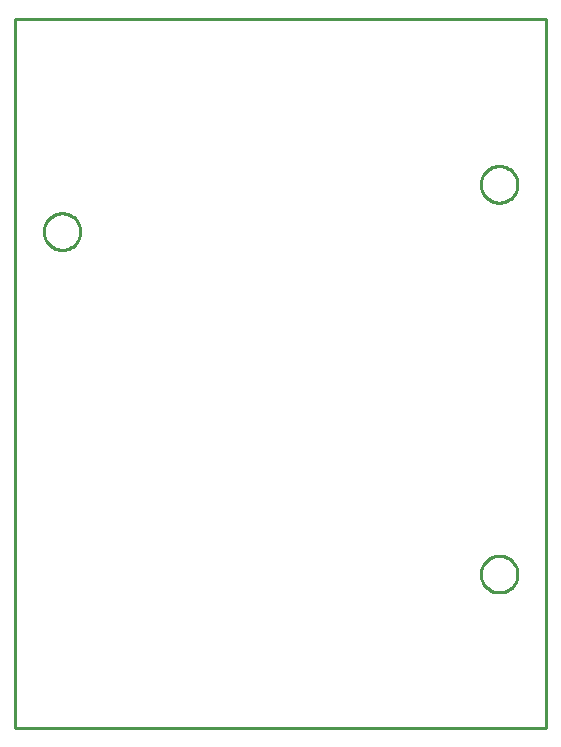
<source format=gbr>
G04 EAGLE Gerber RS-274X export*
G75*
%MOMM*%
%FSLAX34Y34*%
%LPD*%
%IN*%
%IPPOS*%
%AMOC8*
5,1,8,0,0,1.08239X$1,22.5*%
G01*
%ADD10C,0.254000*%


D10*
X0Y0D02*
X450000Y0D01*
X450000Y600000D01*
X0Y600000D01*
X0Y0D01*
X55500Y419446D02*
X55421Y418342D01*
X55263Y417246D01*
X55028Y416164D01*
X54716Y415102D01*
X54329Y414065D01*
X53869Y413058D01*
X53339Y412086D01*
X52740Y411154D01*
X52077Y410268D01*
X51352Y409431D01*
X50569Y408648D01*
X49732Y407923D01*
X48846Y407260D01*
X47914Y406661D01*
X46943Y406131D01*
X45935Y405671D01*
X44898Y405284D01*
X43836Y404972D01*
X42754Y404737D01*
X41658Y404579D01*
X40554Y404500D01*
X39446Y404500D01*
X38342Y404579D01*
X37246Y404737D01*
X36164Y404972D01*
X35102Y405284D01*
X34065Y405671D01*
X33058Y406131D01*
X32086Y406661D01*
X31154Y407260D01*
X30268Y407923D01*
X29431Y408648D01*
X28648Y409431D01*
X27923Y410268D01*
X27260Y411154D01*
X26661Y412086D01*
X26131Y413058D01*
X25671Y414065D01*
X25284Y415102D01*
X24972Y416164D01*
X24737Y417246D01*
X24579Y418342D01*
X24500Y419446D01*
X24500Y420554D01*
X24579Y421658D01*
X24737Y422754D01*
X24972Y423836D01*
X25284Y424898D01*
X25671Y425935D01*
X26131Y426943D01*
X26661Y427914D01*
X27260Y428846D01*
X27923Y429732D01*
X28648Y430569D01*
X29431Y431352D01*
X30268Y432077D01*
X31154Y432740D01*
X32086Y433339D01*
X33058Y433869D01*
X34065Y434329D01*
X35102Y434716D01*
X36164Y435028D01*
X37246Y435263D01*
X38342Y435421D01*
X39446Y435500D01*
X40554Y435500D01*
X41658Y435421D01*
X42754Y435263D01*
X43836Y435028D01*
X44898Y434716D01*
X45935Y434329D01*
X46943Y433869D01*
X47914Y433339D01*
X48846Y432740D01*
X49732Y432077D01*
X50569Y431352D01*
X51352Y430569D01*
X52077Y429732D01*
X52740Y428846D01*
X53339Y427914D01*
X53869Y426943D01*
X54329Y425935D01*
X54716Y424898D01*
X55028Y423836D01*
X55263Y422754D01*
X55421Y421658D01*
X55500Y420554D01*
X55500Y419446D01*
X425500Y129446D02*
X425421Y128342D01*
X425263Y127246D01*
X425028Y126164D01*
X424716Y125102D01*
X424329Y124065D01*
X423869Y123058D01*
X423339Y122086D01*
X422740Y121154D01*
X422077Y120268D01*
X421352Y119431D01*
X420569Y118648D01*
X419732Y117923D01*
X418846Y117260D01*
X417914Y116661D01*
X416943Y116131D01*
X415935Y115671D01*
X414898Y115284D01*
X413836Y114972D01*
X412754Y114737D01*
X411658Y114579D01*
X410554Y114500D01*
X409446Y114500D01*
X408342Y114579D01*
X407246Y114737D01*
X406164Y114972D01*
X405102Y115284D01*
X404065Y115671D01*
X403058Y116131D01*
X402086Y116661D01*
X401154Y117260D01*
X400268Y117923D01*
X399431Y118648D01*
X398648Y119431D01*
X397923Y120268D01*
X397260Y121154D01*
X396661Y122086D01*
X396131Y123058D01*
X395671Y124065D01*
X395284Y125102D01*
X394972Y126164D01*
X394737Y127246D01*
X394579Y128342D01*
X394500Y129446D01*
X394500Y130554D01*
X394579Y131658D01*
X394737Y132754D01*
X394972Y133836D01*
X395284Y134898D01*
X395671Y135935D01*
X396131Y136943D01*
X396661Y137914D01*
X397260Y138846D01*
X397923Y139732D01*
X398648Y140569D01*
X399431Y141352D01*
X400268Y142077D01*
X401154Y142740D01*
X402086Y143339D01*
X403058Y143869D01*
X404065Y144329D01*
X405102Y144716D01*
X406164Y145028D01*
X407246Y145263D01*
X408342Y145421D01*
X409446Y145500D01*
X410554Y145500D01*
X411658Y145421D01*
X412754Y145263D01*
X413836Y145028D01*
X414898Y144716D01*
X415935Y144329D01*
X416943Y143869D01*
X417914Y143339D01*
X418846Y142740D01*
X419732Y142077D01*
X420569Y141352D01*
X421352Y140569D01*
X422077Y139732D01*
X422740Y138846D01*
X423339Y137914D01*
X423869Y136943D01*
X424329Y135935D01*
X424716Y134898D01*
X425028Y133836D01*
X425263Y132754D01*
X425421Y131658D01*
X425500Y130554D01*
X425500Y129446D01*
X425500Y459446D02*
X425421Y458342D01*
X425263Y457246D01*
X425028Y456164D01*
X424716Y455102D01*
X424329Y454065D01*
X423869Y453058D01*
X423339Y452086D01*
X422740Y451154D01*
X422077Y450268D01*
X421352Y449431D01*
X420569Y448648D01*
X419732Y447923D01*
X418846Y447260D01*
X417914Y446661D01*
X416943Y446131D01*
X415935Y445671D01*
X414898Y445284D01*
X413836Y444972D01*
X412754Y444737D01*
X411658Y444579D01*
X410554Y444500D01*
X409446Y444500D01*
X408342Y444579D01*
X407246Y444737D01*
X406164Y444972D01*
X405102Y445284D01*
X404065Y445671D01*
X403058Y446131D01*
X402086Y446661D01*
X401154Y447260D01*
X400268Y447923D01*
X399431Y448648D01*
X398648Y449431D01*
X397923Y450268D01*
X397260Y451154D01*
X396661Y452086D01*
X396131Y453058D01*
X395671Y454065D01*
X395284Y455102D01*
X394972Y456164D01*
X394737Y457246D01*
X394579Y458342D01*
X394500Y459446D01*
X394500Y460554D01*
X394579Y461658D01*
X394737Y462754D01*
X394972Y463836D01*
X395284Y464898D01*
X395671Y465935D01*
X396131Y466943D01*
X396661Y467914D01*
X397260Y468846D01*
X397923Y469732D01*
X398648Y470569D01*
X399431Y471352D01*
X400268Y472077D01*
X401154Y472740D01*
X402086Y473339D01*
X403058Y473869D01*
X404065Y474329D01*
X405102Y474716D01*
X406164Y475028D01*
X407246Y475263D01*
X408342Y475421D01*
X409446Y475500D01*
X410554Y475500D01*
X411658Y475421D01*
X412754Y475263D01*
X413836Y475028D01*
X414898Y474716D01*
X415935Y474329D01*
X416943Y473869D01*
X417914Y473339D01*
X418846Y472740D01*
X419732Y472077D01*
X420569Y471352D01*
X421352Y470569D01*
X422077Y469732D01*
X422740Y468846D01*
X423339Y467914D01*
X423869Y466943D01*
X424329Y465935D01*
X424716Y464898D01*
X425028Y463836D01*
X425263Y462754D01*
X425421Y461658D01*
X425500Y460554D01*
X425500Y459446D01*
M02*

</source>
